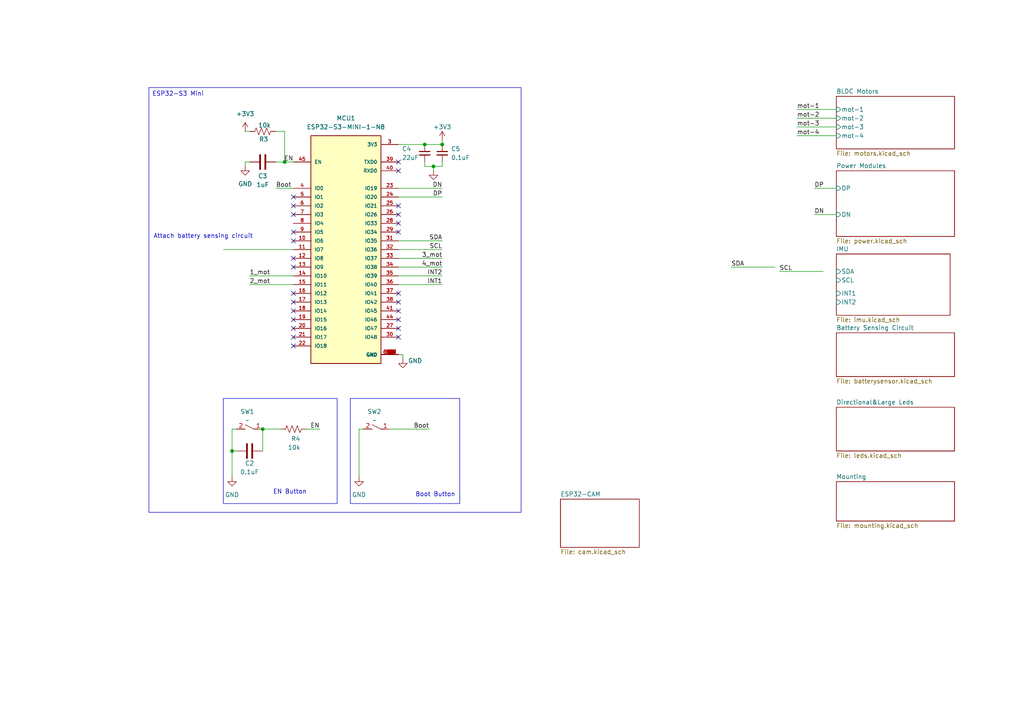
<source format=kicad_sch>
(kicad_sch (version 20231120) (generator "eeschema") (generator_version "8.0")
  (paper "A4")
  (lib_symbols
    (symbol "Device:C" (pin_numbers hide) (pin_names (offset 0.254))
      (property "Reference" "C" (at 0.635 2.54 0))
      (property "Value" "C" (at 0.635 -2.54 0))
      (symbol "C_0_1"
        (polyline (pts (xy -2.032 -0.762) (xy 2.032 -0.762)) (stroke (width 0.508)))
        (polyline (pts (xy -2.032 0.762) (xy 2.032 0.762)) (stroke (width 0.508)))
      )
      (symbol "C_1_1"
        (pin passive line (at 0 3.81 270) (length 2.794) (name "~") (number "1"))
        (pin passive line (at 0 -3.81 90) (length 2.794) (name "~") (number "2"))
      )
    )
    (symbol "Device:C_Small" (pin_numbers hide) (pin_names (offset 0.254) hide)
      (property "Reference" "C" (at 0.254 1.778 0))
      (property "Value" "C_Small" (at 0.254 -2.032 0))
      (symbol "C_Small_0_1"
        (polyline (pts (xy -1.524 -0.508) (xy 1.524 -0.508)) (stroke (width 0.3302)))
        (polyline (pts (xy -1.524 0.508) (xy 1.524 0.508)) (stroke (width 0.3048)))
      )
      (symbol "C_Small_1_1"
        (pin passive line (at 0 2.54 270) (length 2.032) (name "~") (number "1"))
        (pin passive line (at 0 -2.54 90) (length 2.032) (name "~") (number "2"))
      )
    )
    (symbol "Device:R_US" (pin_numbers hide) (pin_names (offset 0))
      (property "Reference" "R" (at 2.54 0 90))
      (property "Value" "R_US" (at -2.54 0 90))
      (symbol "R_US_0_1"
        (polyline (pts (xy 0 -2.286) (xy 0 -2.54)))
        (polyline (pts (xy 0 2.286) (xy 0 2.54)))
        (polyline (pts (xy 0 -0.762) (xy 1.016 -1.143) (xy 0 -1.524) (xy -1.016 -1.905) (xy 0 -2.286)))
        (polyline (pts (xy 0 0.762) (xy 1.016 0.381) (xy 0 0) (xy -1.016 -0.381) (xy 0 -0.762)))
        (polyline (pts (xy 0 2.286) (xy 1.016 1.905) (xy 0 1.524) (xy -1.016 1.143) (xy 0 0.762)))
      )
      (symbol "R_US_1_1"
        (pin passive line (at 0 3.81 270) (length 1.27) (name "~") (number "1"))
        (pin passive line (at 0 -3.81 90) (length 1.27) (name "~") (number "2"))
      )
    )
    (symbol "ESP32-S3-MINI-1-N8:ESP32-S3-MINI-1-N8" (pin_names (offset 1.016))
      (property "Reference" "U" (at -10.16 34.29 0))
      (property "Value" "ESP32-S3-MINI-1-N8" (at -10.16 -35.56 0))
      (symbol "ESP32-S3-MINI-1-N8_0_0"
        (rectangle (start -10.16 -33.02) (end 10.16 33.02) (stroke (width 0.254)) (fill (type background)))
        (pin power_in line (at 15.24 -30.48 180) (length 5.08) (name "GND") (number "1"))
        (pin bidirectional line (at -15.24 2.54 0) (length 5.08) (name "IO6") (number "10"))
        (pin bidirectional line (at -15.24 0 0) (length 5.08) (name "IO7") (number "11"))
        (pin bidirectional line (at -15.24 -2.54 0) (length 5.08) (name "IO8") (number "12"))
        (pin bidirectional line (at -15.24 -5.08 0) (length 5.08) (name "IO9") (number "13"))
        (pin bidirectional line (at -15.24 -7.62 0) (length 5.08) (name "IO10") (number "14"))
        (pin bidirectional line (at -15.24 -10.16 0) (length 5.08) (name "IO11") (number "15"))
        (pin bidirectional line (at -15.24 -12.7 0) (length 5.08) (name "IO12") (number "16"))
        (pin bidirectional line (at -15.24 -15.24 0) (length 5.08) (name "IO13") (number "17"))
        (pin bidirectional line (at -15.24 -17.78 0) (length 5.08) (name "IO14") (number "18"))
        (pin bidirectional line (at -15.24 -20.32 0) (length 5.08) (name "IO15") (number "19"))
        (pin power_in line (at 15.24 -30.48 180) (length 5.08) (name "GND") (number "2"))
        (pin bidirectional line (at -15.24 -22.86 0) (length 5.08) (name "IO16") (number "20"))
        (pin bidirectional line (at -15.24 -25.4 0) (length 5.08) (name "IO17") (number "21"))
        (pin bidirectional line (at -15.24 -27.94 0) (length 5.08) (name "IO18") (number "22"))
        (pin bidirectional line (at 15.24 17.78 180) (length 5.08) (name "IO19") (number "23"))
        (pin bidirectional line (at 15.24 15.24 180) (length 5.08) (name "IO20") (number "24"))
        (pin bidirectional line (at 15.24 12.7 180) (length 5.08) (name "IO21") (number "25"))
        (pin bidirectional line (at 15.24 10.16 180) (length 5.08) (name "IO26") (number "26"))
        (pin bidirectional line (at 15.24 -22.86 180) (length 5.08) (name "IO47") (number "27"))
        (pin bidirectional line (at 15.24 7.62 180) (length 5.08) (name "IO33") (number "28"))
        (pin bidirectional line (at 15.24 5.08 180) (length 5.08) (name "IO34") (number "29"))
        (pin power_in line (at 15.24 30.48 180) (length 5.08) (name "3V3") (number "3"))
        (pin bidirectional line (at 15.24 -25.4 180) (length 5.08) (name "IO48") (number "30"))
        (pin bidirectional line (at 15.24 2.54 180) (length 5.08) (name "IO35") (number "31"))
        (pin bidirectional line (at 15.24 0 180) (length 5.08) (name "IO36") (number "32"))
        (pin bidirectional line (at 15.24 -2.54 180) (length 5.08) (name "IO37") (number "33"))
        (pin bidirectional line (at 15.24 -5.08 180) (length 5.08) (name "IO38") (number "34"))
        (pin bidirectional line (at 15.24 -7.62 180) (length 5.08) (name "IO39") (number "35"))
        (pin bidirectional line (at 15.24 -10.16 180) (length 5.08) (name "IO40") (number "36"))
        (pin bidirectional line (at 15.24 -12.7 180) (length 5.08) (name "IO41") (number "37"))
        (pin bidirectional line (at 15.24 -15.24 180) (length 5.08) (name "IO42") (number "38"))
        (pin bidirectional line (at 15.24 25.4 180) (length 5.08) (name "TXD0") (number "39"))
        (pin bidirectional line (at -15.24 17.78 0) (length 5.08) (name "IO0") (number "4"))
        (pin bidirectional line (at 15.24 22.86 180) (length 5.08) (name "RXD0") (number "40"))
        (pin bidirectional line (at 15.24 -17.78 180) (length 5.08) (name "IO45") (number "41"))
        (pin power_in line (at 15.24 -30.48 180) (length 5.08) (name "GND") (number "42"))
        (pin power_in line (at 15.24 -30.48 180) (length 5.08) (name "GND") (number "43"))
        (pin bidirectional line (at 15.24 -20.32 180) (length 5.08) (name "IO46") (number "44"))
        (pin input line (at -15.24 25.4 0) (length 5.08) (name "EN") (number "45"))
        (pin power_in line (at 15.24 -30.48 180) (length 5.08) (name "GND") (number "46"))
        (pin power_in line (at 15.24 -30.48 180) (length 5.08) (name "GND") (number "47"))
        (pin power_in line (at 15.24 -30.48 180) (length 5.08) (name "GND") (number "48"))
        (pin power_in line (at 15.24 -30.48 180) (length 5.08) (name "GND") (number "49"))
        (pin bidirectional line (at -15.24 15.24 0) (length 5.08) (name "IO1") (number "5"))
        (pin power_in line (at 15.24 -30.48 180) (length 5.08) (name "GND") (number "50"))
        (pin power_in line (at 15.24 -30.48 180) (length 5.08) (name "GND") (number "51"))
        (pin power_in line (at 15.24 -30.48 180) (length 5.08) (name "GND") (number "52"))
        (pin power_in line (at 15.24 -30.48 180) (length 5.08) (name "GND") (number "53"))
        (pin power_in line (at 15.24 -30.48 180) (length 5.08) (name "GND") (number "54"))
        (pin power_in line (at 15.24 -30.48 180) (length 5.08) (name "GND") (number "55"))
        (pin power_in line (at 15.24 -30.48 180) (length 5.08) (name "GND") (number "56"))
        (pin power_in line (at 15.24 -30.48 180) (length 5.08) (name "GND") (number "57"))
        (pin power_in line (at 15.24 -30.48 180) (length 5.08) (name "GND") (number "58"))
        (pin power_in line (at 15.24 -30.48 180) (length 5.08) (name "GND") (number "59"))
        (pin bidirectional line (at -15.24 12.7 0) (length 5.08) (name "IO2") (number "6"))
        (pin power_in line (at 15.24 -30.48 180) (length 5.08) (name "GND") (number "60"))
        (pin power_in line (at 15.24 -30.48 180) (length 5.08) (name "GND") (number "61"))
        (pin power_in line (at 15.24 -30.48 180) (length 5.08) (name "GND") (number "61_1"))
        (pin power_in line (at 15.24 -30.48 180) (length 5.08) (name "GND") (number "61_2"))
        (pin power_in line (at 15.24 -30.48 180) (length 5.08) (name "GND") (number "61_3"))
        (pin power_in line (at 15.24 -30.48 180) (length 5.08) (name "GND") (number "61_4"))
        (pin power_in line (at 15.24 -30.48 180) (length 5.08) (name "GND") (number "61_5"))
        (pin power_in line (at 15.24 -30.48 180) (length 5.08) (name "GND") (number "61_6"))
        (pin power_in line (at 15.24 -30.48 180) (length 5.08) (name "GND") (number "61_7"))
        (pin power_in line (at 15.24 -30.48 180) (length 5.08) (name "GND") (number "61_8"))
        (pin power_in line (at 15.24 -30.48 180) (length 5.08) (name "GND") (number "62"))
        (pin power_in line (at 15.24 -30.48 180) (length 5.08) (name "GND") (number "63"))
        (pin power_in line (at 15.24 -30.48 180) (length 5.08) (name "GND") (number "64"))
        (pin power_in line (at 15.24 -30.48 180) (length 5.08) (name "GND") (number "65"))
        (pin bidirectional line (at -15.24 10.16 0) (length 5.08) (name "IO3") (number "7"))
        (pin bidirectional line (at -15.24 7.62 0) (length 5.08) (name "IO4") (number "8"))
        (pin bidirectional line (at -15.24 5.08 0) (length 5.08) (name "IO5") (number "9"))
      )
    )
    (symbol "custom:rockerSwitch"
      (property "Reference" "SW" (at 0.254 4.318 0))
      (symbol "rockerSwitch_0_1"
        (polyline (pts (xy 0 1.27) (xy -2.54 1.27)))
        (polyline (pts (xy 3.81 1.27) (xy 2.54 1.27) (xy 0 2.54)))
      )
      (symbol "rockerSwitch_1_1"
        (pin power_in line (at 5.08 1.27 180) (length 2.54) (name "") (number "1"))
        (pin power_out line (at -2.54 1.27 0) (length 2.54) (name "") (number "2"))
      )
    )
    (symbol "power:+3V3" (power) (pin_numbers hide) (pin_names (offset 0) hide)
      (property "Value" "+3V3" (at 0 3.556 0))
      (symbol "+3V3_0_1"
        (polyline (pts (xy -0.762 1.27) (xy 0 2.54)))
        (polyline (pts (xy 0 0) (xy 0 2.54)))
        (polyline (pts (xy 0 2.54) (xy 0.762 1.27)))
      )
      (symbol "+3V3_1_1"
        (pin power_in line (at 0 0 90) (length 0) (name "~") (number "1"))
      )
    )
    (symbol "power:GND" (power) (pin_numbers hide) (pin_names (offset 0) hide)
      (property "Value" "GND" (at 0 -3.81 0))
      (symbol "GND_0_1"
        (polyline (pts (xy 0 0) (xy 0 -1.27) (xy 1.27 -1.27) (xy 0 -2.54) (xy -1.27 -1.27) (xy 0 -1.27)))
      )
      (symbol "GND_1_1"
        (pin power_in line (at 0 0 270) (length 0) (name "~") (number "1"))
      )
    )
  )
  (junction (at 123.19 41.91))
  (junction (at 128.27 41.91))
  (junction (at 67.31 130.81))
  (junction (at 82.55 46.99))
  (junction (at 76.2 124.46))
  (junction (at 125.73 48.26))
  (no_connect (at 85.09 74.93))
  (no_connect (at 85.09 97.79))
  (no_connect (at 85.09 92.71))
  (no_connect (at 85.09 100.33))
  (no_connect (at 115.57 67.31))
  (no_connect (at 85.09 69.85))
  (no_connect (at 115.57 64.77))
  (no_connect (at 115.57 97.79))
  (no_connect (at 115.57 87.63))
  (no_connect (at 115.57 85.09))
  (no_connect (at 85.09 67.31))
  (no_connect (at 85.09 87.63))
  (no_connect (at 115.57 59.69))
  (no_connect (at 115.57 92.71))
  (no_connect (at 85.09 95.25))
  (no_connect (at 115.57 49.53))
  (no_connect (at 115.57 90.17))
  (no_connect (at 115.57 95.25))
  (no_connect (at 85.09 90.17))
  (no_connect (at 115.57 46.99))
  (no_connect (at 85.09 59.69))
  (no_connect (at 85.09 77.47))
  (no_connect (at 85.09 57.15))
  (no_connect (at 115.57 62.23))
  (no_connect (at 85.09 85.09))
  (no_connect (at 85.09 62.23))
  (wire (pts (xy 104.14 124.46) (xy 105.41 124.46)))
  (wire (pts (xy 82.55 38.1) (xy 82.55 46.99)))
  (wire (pts (xy 128.27 40.64) (xy 128.27 41.91)))
  (wire (pts (xy 71.12 46.99) (xy 71.12 48.26)))
  (wire (pts (xy 82.55 46.99) (xy 85.09 46.99)))
  (wire (pts (xy 224.79 77.47) (xy 212.09 77.47)))
  (wire (pts (xy 231.14 36.83) (xy 242.57 36.83)))
  (wire (pts (xy 242.57 62.23) (xy 236.22 62.23)))
  (wire (pts (xy 123.19 41.91) (xy 128.27 41.91)))
  (wire (pts (xy 88.9 124.46) (xy 92.71 124.46)))
  (wire (pts (xy 76.2 124.46) (xy 76.2 130.81)))
  (wire (pts (xy 85.09 80.01) (xy 72.39 80.01)))
  (wire (pts (xy 116.84 102.87) (xy 116.84 104.14)))
  (wire (pts (xy 236.22 54.61) (xy 242.57 54.61)))
  (wire (pts (xy 115.57 74.93) (xy 128.27 74.93)))
  (wire (pts (xy 67.31 124.46) (xy 68.58 124.46)))
  (wire (pts (xy 115.57 77.47) (xy 128.27 77.47)))
  (wire (pts (xy 115.57 41.91) (xy 123.19 41.91)))
  (wire (pts (xy 123.19 48.26) (xy 123.19 46.99)))
  (wire (pts (xy 76.2 124.46) (xy 81.28 124.46)))
  (wire (pts (xy 115.57 54.61) (xy 128.27 54.61)))
  (wire (pts (xy 104.14 124.46) (xy 104.14 138.43)))
  (wire (pts (xy 67.31 130.81) (xy 68.58 130.81)))
  (wire (pts (xy 72.39 46.99) (xy 71.12 46.99)))
  (wire (pts (xy 115.57 102.87) (xy 116.84 102.87)))
  (wire (pts (xy 238.76 78.74) (xy 226.06 78.74)))
  (wire (pts (xy 80.01 54.61) (xy 85.09 54.61)))
  (wire (pts (xy 115.57 80.01) (xy 128.27 80.01)))
  (wire (pts (xy 67.31 124.46) (xy 67.31 130.81)))
  (wire (pts (xy 80.01 38.1) (xy 82.55 38.1)))
  (wire (pts (xy 113.03 124.46) (xy 124.46 124.46)))
  (wire (pts (xy 115.57 72.39) (xy 128.27 72.39)))
  (wire (pts (xy 115.57 69.85) (xy 128.27 69.85)))
  (wire (pts (xy 125.73 49.53) (xy 125.73 48.26)))
  (wire (pts (xy 128.27 48.26) (xy 128.27 46.99)))
  (wire (pts (xy 72.39 38.1) (xy 71.12 38.1)))
  (wire (pts (xy 115.57 57.15) (xy 128.27 57.15)))
  (wire (pts (xy 125.73 48.26) (xy 128.27 48.26)))
  (wire (pts (xy 80.01 46.99) (xy 82.55 46.99)))
  (wire (pts (xy 115.57 82.55) (xy 128.27 82.55)))
  (wire (pts (xy 64.77 72.39) (xy 85.09 72.39)))
  (wire (pts (xy 123.19 48.26) (xy 125.73 48.26)))
  (wire (pts (xy 231.14 39.37) (xy 242.57 39.37)))
  (wire (pts (xy 231.14 34.29) (xy 242.57 34.29)))
  (wire (pts (xy 67.31 130.81) (xy 67.31 138.43)))
  (wire (pts (xy 85.09 82.55) (xy 72.39 82.55)))
  (wire (pts (xy 231.14 31.75) (xy 242.57 31.75)))
  (rectangle (start 101.6 115.57) (end 133.35 146.05))
  (rectangle (start 64.77 115.57) (end 97.79 146.05))
  (text_box "ESP32-S3 Mini\n" (at 43.18 25.4 0) (size 107.95 123.19) (effects (font (size 1.27 1.27)) (justify left top)))
  (text "Boot Button \n" (at 126.746 143.51 0) (effects (font (size 1.27 1.27))))
  (text "EN Button\n" (at 84.074 142.748 0) (effects (font (size 1.27 1.27))))
  (text "Attach battery sensing circuit\n" (at 58.928 68.58 0) (effects (font (size 1.27 1.27))))
  (label "Boot" (at 124.46 124.46 180))
  (label "2_mot" (at 72.39 82.55 0))
  (label "mot-3" (at 231.14 36.83 0))
  (label "mot-4" (at 231.14 39.37 0))
  (label "4_mot" (at 128.27 77.47 180))
  (label "Boot" (at 80.01 54.61 0))
  (label "SDA" (at 128.27 69.85 180))
  (label "SDA" (at 212.09 77.47 0))
  (label "mot-2" (at 231.14 34.29 0))
  (label "DP" (at 236.22 54.61 0))
  (label "EN" (at 85.09 46.99 180))
  (label "3_mot" (at 128.27 74.93 180))
  (label "DN" (at 236.22 62.23 0))
  (label "DN" (at 128.27 54.61 180))
  (label "INT2" (at 128.27 80.01 180))
  (label "mot-1" (at 231.14 31.75 0))
  (label "INT1" (at 128.27 82.55 180))
  (label "EN" (at 92.71 124.46 180))
  (label "DP" (at 128.27 57.15 180))
  (label "1_mot" (at 72.39 80.01 0))
  (label "SCL" (at 128.27 72.39 180))
  (label "SCL" (at 226.06 78.74 0))
  (symbol (lib_id "Device:C_Small") (at 128.27 44.45 0) (unit 1)
    (property "Reference" "C5" (at 130.81 43.18 0) (effects (justify left)))
    (property "Value" "0.1uF" (at 130.81 45.72 0) (effects (justify left)))
    (property "Footprint" "Capacitor_SMD:C_0805_2012Metric" (effects (hide yes)))
    (property "MANUFACTURER" " 581-KAM21KR72A104KU " (effects (hide yes)))
  )
  (symbol (lib_id "custom:rockerSwitch") (at 107.95 125.73 0) (unit 1)
    (property "Reference" "SW2" (at 108.585 119.38 0))
    (property "Value" "~" (at 108.585 121.92 0))
    (property "Footprint" "customFootprints:rockerSwitch-434133025816" (effects (hide yes)))
    (property "MANUFACTURER" "434133025816 " (effects (hide yes)))
  )
  (symbol (lib_id "power:+3V3") (at 71.12 38.1 0) (unit 1)
    (property "Reference" "#PWR04" (effects (hide yes)))
    (property "Value" "+3V3" (at 71.12 33.02 0))
    (property "Description" "Power symbol creates a global label with name \"+3V3\"" (effects (hide yes)))
  )
  (symbol (lib_id "Device:R_US") (at 76.2 38.1 90) (unit 1)
    (property "Reference" "R3" (at 76.454 40.386 90))
    (property "Value" "10k" (at 76.708 36.322 90))
    (property "Footprint" "Resistor_SMD:R_0805_2012Metric" (effects (hide yes)))
    (property "Description" "Resistor, US symbol" (effects (hide yes)))
    (property "MANUFACTURER" " 667-ERA-6APB103V " (effects (hide yes)))
  )
  (symbol (lib_id "power:GND") (at 71.12 48.26 0) (unit 1)
    (property "Reference" "#PWR05" (effects (hide yes)))
    (property "Value" "GND" (at 71.12 53.34 0))
    (property "Description" "Power symbol creates a global label with name \"GND\" , ground" (effects (hide yes)))
  )
  (symbol (lib_id "power:GND") (at 125.73 49.53 0) (unit 1)
    (property "Reference" "#PWR08" (effects (hide yes)))
    (property "Value" "GND" (effects (hide yes)))
  )
  (symbol (lib_id "Device:C") (at 76.2 46.99 90) (unit 1)
    (property "Reference" "C3" (at 76.2 51.054 90))
    (property "Value" "1uF" (at 76.2 53.594 90))
    (property "Footprint" "Capacitor_SMD:C_0805_2012Metric" (effects (hide yes)))
    (property "Description" "Unpolarized capacitor" (effects (hide yes)))
    (property "MANUFACTURER" " 581-KAF21KR71E105KU " (effects (hide yes)))
  )
  (symbol (lib_id "ESP32-S3-MINI-1-N8:ESP32-S3-MINI-1-N8") (at 100.33 72.39 0) (unit 1)
    (property "Reference" "MCU1" (at 100.33 34.29 0))
    (property "Value" "ESP32-S3-MINI-1-N8" (at 100.33 36.83 0))
    (property "Footprint" "esp32s3mini:XCVR_ESP32-S3-MINI-1-N8" (effects (hide yes)))
    (property "MF" "Espressif Systems" (effects (hide yes)))
    (property "MAXIMUM_PACKAGE_HEIGHT" "2.55mm" (effects (hide yes)))
    (property "Package" "None" (effects (hide yes)))
    (property "Price" "None" (effects (hide yes)))
    (property "Check_prices" "https://www.snapeda.com/parts/ESP32-S3-MINI-1-N8/Espressif+Systems/view-part/?ref=eda" (effects (hide yes)))
    (property "STANDARD" "Manufacturer Recommendations" (effects (hide yes)))
    (property "PARTREV" "v0.6" (effects (hide yes)))
    (property "SnapEDA_Link" "https://www.snapeda.com/parts/ESP32-S3-MINI-1-N8/Espressif+Systems/view-part/?ref=snap" (effects (hide yes)))
    (property "MP" "ESP32-S3-MINI-1-N8" (effects (hide yes)))
    (property "Purchase-URL" "https://www.snapeda.com/api/url_track_click_mouser/?unipart_id=8941370&manufacturer=Espressif Systems&part_name=ESP32-S3-MINI-1-N8&search_term=esp32-s3-mini-1-n8" (effects (hide yes)))
    (property "Description_1" "\nBluetooth, WiFi 802.11b/g/n, Bluetooth v5.0 Transceiver Module 2.4GHz PCB Trace Surface Mount\n" (effects (hide yes)))
    (property "Availability" "In Stock" (effects (hide yes)))
    (property "MANUFACTURER" " ESP32-S3-MINI-1-N8 " (effects (hide yes)))
  )
  (symbol (lib_id "custom:rockerSwitch") (at 71.12 125.73 0) (unit 1)
    (property "Reference" "SW1" (at 71.755 119.38 0))
    (property "Value" "~" (at 71.755 121.92 0))
    (property "Footprint" "customFootprints:rockerSwitch-434133025816" (effects (hide yes)))
    (property "MANUFACTURER" "434133025816 " (effects (hide yes)))
  )
  (symbol (lib_id "Device:C_Small") (at 123.19 44.45 0) (unit 1)
    (property "Reference" "C4" (at 116.586 43.18 0) (effects (justify left)))
    (property "Value" "22uF" (at 116.586 45.72 0) (effects (justify left)))
    (property "Footprint" "Capacitor_SMD:C_0805_2012Metric" (effects (hide yes)))
    (property "MANUFACTURER" " 581-KAF21KR72A104KL " (effects (hide yes)))
  )
  (symbol (lib_id "power:GND") (at 67.31 138.43 0) (unit 1)
    (property "Reference" "#PWR03" (effects (hide yes)))
    (property "Value" "GND" (at 67.31 143.51 0))
    (property "Description" "Power symbol creates a global label with name \"GND\" , ground" (effects (hide yes)))
  )
  (symbol (lib_id "power:GND") (at 104.14 138.43 0) (unit 1)
    (property "Reference" "#PWR06" (effects (hide yes)))
    (property "Value" "GND" (at 104.14 143.51 0))
    (property "Description" "Power symbol creates a global label with name \"GND\" , ground" (effects (hide yes)))
  )
  (symbol (lib_id "Device:C") (at 72.39 130.81 90) (unit 1)
    (property "Reference" "C2" (at 72.39 134.366 90))
    (property "Value" "0.1uF" (at 72.39 136.906 90))
    (property "Footprint" "Capacitor_SMD:C_0805_2012Metric" (effects (hide yes)))
    (property "Description" "Unpolarized capacitor" (effects (hide yes)))
    (property "MANUFACTURER" " 581-KAM21KR72A104KU " (effects (hide yes)))
  )
  (symbol (lib_id "power:+3V3") (at 128.27 40.64 0) (unit 1)
    (property "Reference" "#PWR09" (effects (hide yes)))
    (property "Value" "+3V3" (at 128.27 36.83 0))
  )
  (symbol (lib_id "power:GND") (at 116.84 104.14 0) (unit 1)
    (property "Reference" "#PWR07" (effects (hide yes)))
    (property "Value" "GND" (at 120.396 104.648 0))
    (property "Description" "Power symbol creates a global label with name \"GND\" , ground" (effects (hide yes)))
  )
  (symbol (lib_id "Device:R_US") (at 85.09 124.46 90) (unit 1)
    (property "Reference" "R4" (at 87.122 127.254 90) (effects (justify left)))
    (property "Value" "10k" (at 87.122 129.794 90) (effects (justify left)))
    (property "Footprint" "Resistor_SMD:R_0805_2012Metric" (effects (hide yes)))
    (property "Description" "Resistor, US symbol" (effects (hide yes)))
    (property "MANUFACTURER" " 667-ERA-6APB103V " (effects (hide yes)))
  )
  (sheet (at 242.57 118.11) (size 34.29 12.7) (stroke (width 0.1524))
    (property "Sheetname" "Directional&Large Leds" (at 242.57 117.3984 0) (effects (justify left bottom)))
    (property "Sheetfile" "leds.kicad_sch" (at 242.57 131.3946 0) (effects (justify left top)))
  )
  (sheet (at 242.57 73.66) (size 33.02 17.78) (stroke (width 0.1524))
    (property "Sheetname" "IMU" (at 242.57 72.9484 0) (effects (justify left bottom)))
    (property "Sheetfile" "imu.kicad_sch" (at 242.57 92.0246 0) (effects (justify left top)))
    (pin "SDA" input (at 242.57 78.74 180))
    (pin "SCL" input (at 242.57 81.28 180))
    (pin "INT1" input (at 242.57 85.09 180))
    (pin "INT2" input (at 242.57 87.63 180))
  )
  (sheet (at 242.57 96.52) (size 34.29 12.7) (stroke (width 0.1524))
    (property "Sheetname" "Battery Sensing Circuit" (at 242.57 95.8084 0) (effects (justify left bottom)))
    (property "Sheetfile" "batterysensor.kicad_sch" (at 242.57 109.8046 0) (effects (justify left top)))
  )
  (sheet (at 242.57 49.53) (size 34.29 19.05) (stroke (width 0.1524))
    (property "Sheetname" "Power Modules" (at 242.57 48.8184 0) (effects (justify left bottom)))
    (property "Sheetfile" "power.kicad_sch" (at 242.57 69.1646 0) (effects (justify left top)))
    (pin "DP" input (at 242.57 54.61 180))
    (pin "DN" input (at 242.57 62.23 180))
  )
  (sheet (at 242.57 27.94) (size 34.29 15.24) (stroke (width 0.1524))
    (property "Sheetname" "BLDC Motors" (at 242.57 27.2284 0) (effects (justify left bottom)))
    (property "Sheetfile" "motors.kicad_sch" (at 242.57 43.7646 0) (effects (justify left top)))
    (pin "mot-3" input (at 242.57 36.83 180))
    (pin "mot-1" input (at 242.57 31.75 180))
    (pin "mot-2" input (at 242.57 34.29 180))
    (pin "mot-4" input (at 242.57 39.37 180))
  )
  (sheet (at 162.56 144.78) (size 22.86 13.97) (stroke (width 0.1524))
    (property "Sheetname" "ESP32-CAM" (at 162.56 144.0684 0) (effects (justify left bottom)))
    (property "Sheetfile" "cam.kicad_sch" (at 162.56 159.3346 0) (effects (justify left top)))
  )
  (sheet (at 242.57 139.7) (size 34.29 11.43) (stroke (width 0.1524))
    (property "Sheetname" "Mounting" (at 242.57 138.9884 0) (effects (justify left bottom)))
    (property "Sheetfile" "mounting.kicad_sch" (at 242.57 151.7146 0) (effects (justify left top)))
  )
)
</source>
